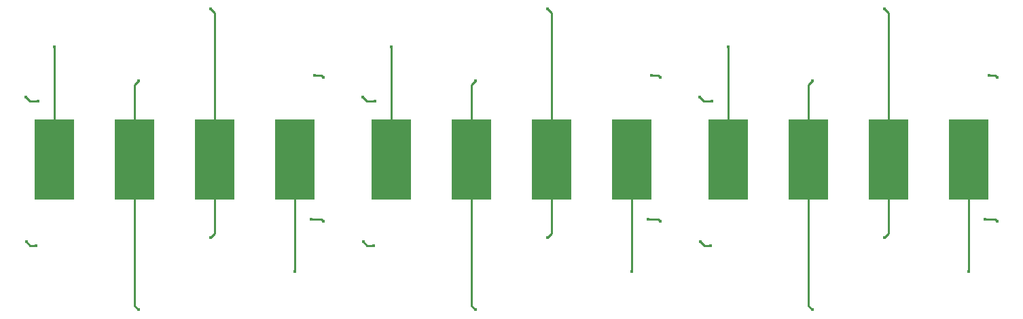
<source format=gbr>
%TF.GenerationSoftware,KiCad,Pcbnew,(6.0.0-0)*%
%TF.CreationDate,2022-10-21T10:58:34+11:00*%
%TF.ProjectId,cube_face_panel,63756265-5f66-4616-9365-5f70616e656c,rev?*%
%TF.SameCoordinates,Original*%
%TF.FileFunction,Copper,L2,Bot*%
%TF.FilePolarity,Positive*%
%FSLAX46Y46*%
G04 Gerber Fmt 4.6, Leading zero omitted, Abs format (unit mm)*
G04 Created by KiCad (PCBNEW (6.0.0-0)) date 2022-10-21 10:58:34*
%MOMM*%
%LPD*%
G01*
G04 APERTURE LIST*
%TA.AperFunction,SMDPad,CuDef*%
%ADD10R,5.000000X10.000000*%
%TD*%
%TA.AperFunction,ViaPad*%
%ADD11C,0.400000*%
%TD*%
%TA.AperFunction,Conductor*%
%ADD12C,0.250000*%
%TD*%
G04 APERTURE END LIST*
D10*
%TO.P,J8,1,Pin_1*%
%TO.N,GND*%
X172000000Y-75000000D03*
%TD*%
%TO.P,J10,1,Pin_1*%
%TO.N,/DIN*%
X194000000Y-75000000D03*
%TD*%
%TO.P,J5,1,Pin_1*%
%TO.N,VDD*%
X162000000Y-75000000D03*
%TD*%
%TO.P,J7,1,Pin_1*%
%TO.N,/DOUT*%
X182000000Y-75000000D03*
%TD*%
%TO.P,J2,1,Pin_1*%
%TO.N,/DIN*%
X110000000Y-75000000D03*
%TD*%
%TO.P,J3,1,Pin_1*%
%TO.N,/DOUT*%
X140000000Y-75000000D03*
%TD*%
%TO.P,J4,1,Pin_1*%
%TO.N,GND*%
X130000000Y-75000000D03*
%TD*%
%TO.P,J1,1,Pin_1*%
%TO.N,VDD*%
X120000000Y-75000000D03*
%TD*%
%TO.P,J6,1,Pin_1*%
%TO.N,/DIN*%
X152000000Y-75000000D03*
%TD*%
%TO.P,J12,1,Pin_1*%
%TO.N,GND*%
X214000000Y-75000000D03*
%TD*%
%TO.P,J9,1,Pin_1*%
%TO.N,VDD*%
X204000000Y-75000000D03*
%TD*%
%TO.P,J11,1,Pin_1*%
%TO.N,/DOUT*%
X224000000Y-75000000D03*
%TD*%
D11*
%TO.N,GND*%
X212250000Y-70750000D03*
X172000000Y-72500000D03*
X213500000Y-84775000D03*
X107764989Y-85750000D03*
X106475500Y-67250000D03*
X148475500Y-67250000D03*
X190475500Y-67250000D03*
X171500000Y-84775000D03*
X129500000Y-56225000D03*
X108000000Y-67750000D03*
X192000000Y-67750000D03*
X106500000Y-85250000D03*
X148500000Y-85250000D03*
X130000000Y-70750000D03*
X172000000Y-70750000D03*
X215750000Y-72500000D03*
X214000000Y-70750000D03*
X150000000Y-67750000D03*
X212250000Y-72500000D03*
X149764989Y-85750000D03*
X128250000Y-72500000D03*
X190500000Y-85250000D03*
X215750000Y-70750000D03*
X131750000Y-70750000D03*
X213500000Y-56225000D03*
X128250000Y-70750000D03*
X171500000Y-56225000D03*
X129500000Y-84775000D03*
X170250000Y-72500000D03*
X130000000Y-72500000D03*
X173750000Y-70750000D03*
X170250000Y-70750000D03*
X214000000Y-72500000D03*
X191764989Y-85750000D03*
X173750000Y-72500000D03*
X131750000Y-72500000D03*
%TO.N,/DIN*%
X152000000Y-61000000D03*
X110000000Y-61000000D03*
X194000000Y-61000000D03*
%TO.N,VDD*%
X120500000Y-65225000D03*
X120000000Y-79250000D03*
X162000000Y-79250000D03*
X162500000Y-93775000D03*
X163750000Y-77500000D03*
X227500000Y-82750000D03*
X204500000Y-93775000D03*
X142475500Y-64500000D03*
X202250000Y-79250000D03*
X226475500Y-64500000D03*
X202250000Y-77500000D03*
X185524500Y-64750000D03*
X143524500Y-64750000D03*
X227524500Y-64750000D03*
X184000000Y-82500000D03*
X204500000Y-65225000D03*
X162000000Y-77500000D03*
X185500000Y-82750000D03*
X120000000Y-77500000D03*
X118250000Y-79250000D03*
X204000000Y-79250000D03*
X143500000Y-82750000D03*
X184475500Y-64500000D03*
X118250000Y-77500000D03*
X120500000Y-93775000D03*
X142000000Y-82500000D03*
X163750000Y-79250000D03*
X204000000Y-77500000D03*
X162500000Y-65225000D03*
X226000000Y-82500000D03*
X205750000Y-77500000D03*
X121750000Y-77500000D03*
X121750000Y-79250000D03*
X205750000Y-79250000D03*
X160250000Y-79250000D03*
X160250000Y-77500000D03*
%TO.N,/DOUT*%
X140000000Y-89000000D03*
X224000000Y-89000000D03*
X182000000Y-89000000D03*
%TD*%
D12*
%TO.N,GND*%
X190975500Y-67750000D02*
X190475500Y-67250000D01*
X106975500Y-67750000D02*
X106475500Y-67250000D01*
X191764989Y-85750000D02*
X191000000Y-85750000D01*
X108000000Y-67750000D02*
X106975500Y-67750000D01*
X150000000Y-67750000D02*
X148975500Y-67750000D01*
X214000000Y-75000000D02*
X214000000Y-84275000D01*
X107000000Y-85750000D02*
X106500000Y-85250000D01*
X192000000Y-67750000D02*
X190975500Y-67750000D01*
X148975500Y-67750000D02*
X148475500Y-67250000D01*
X130000000Y-75000000D02*
X130000000Y-56725000D01*
X172000000Y-75000000D02*
X172000000Y-84275000D01*
X149764989Y-85750000D02*
X149000000Y-85750000D01*
X214000000Y-84275000D02*
X213500000Y-84775000D01*
X214000000Y-56725000D02*
X213500000Y-56225000D01*
X149000000Y-85750000D02*
X148500000Y-85250000D01*
X130000000Y-84275000D02*
X129500000Y-84775000D01*
X172000000Y-84275000D02*
X171500000Y-84775000D01*
X130000000Y-56725000D02*
X129500000Y-56225000D01*
X191000000Y-85750000D02*
X190500000Y-85250000D01*
X130000000Y-75000000D02*
X130000000Y-84275000D01*
X172000000Y-56725000D02*
X171500000Y-56225000D01*
X214000000Y-75000000D02*
X214000000Y-56725000D01*
X172000000Y-75000000D02*
X172000000Y-56725000D01*
X107764989Y-85750000D02*
X107000000Y-85750000D01*
%TO.N,/DIN*%
X110000000Y-61000000D02*
X110000000Y-75000000D01*
X152000000Y-61000000D02*
X152000000Y-75000000D01*
X194000000Y-61000000D02*
X194000000Y-75000000D01*
%TO.N,VDD*%
X162000000Y-93275000D02*
X162500000Y-93775000D01*
X142475500Y-64500000D02*
X143274500Y-64500000D01*
X185250000Y-82500000D02*
X185500000Y-82750000D01*
X227274500Y-64500000D02*
X227524500Y-64750000D01*
X204000000Y-75000000D02*
X204000000Y-65725000D01*
X120000000Y-65725000D02*
X120500000Y-65225000D01*
X185274500Y-64500000D02*
X185524500Y-64750000D01*
X184000000Y-82500000D02*
X185250000Y-82500000D01*
X227250000Y-82500000D02*
X227500000Y-82750000D01*
X162000000Y-65725000D02*
X162500000Y-65225000D01*
X143250000Y-82500000D02*
X143500000Y-82750000D01*
X162000000Y-75000000D02*
X162000000Y-65725000D01*
X142000000Y-82500000D02*
X143250000Y-82500000D01*
X143274500Y-64500000D02*
X143524500Y-64750000D01*
X120000000Y-75000000D02*
X120000000Y-93275000D01*
X120000000Y-93275000D02*
X120500000Y-93775000D01*
X204000000Y-75000000D02*
X204000000Y-93275000D01*
X204000000Y-65725000D02*
X204500000Y-65225000D01*
X162000000Y-75000000D02*
X162000000Y-93275000D01*
X226000000Y-82500000D02*
X227250000Y-82500000D01*
X204000000Y-93275000D02*
X204500000Y-93775000D01*
X184475500Y-64500000D02*
X185274500Y-64500000D01*
X226475500Y-64500000D02*
X227274500Y-64500000D01*
X120000000Y-75000000D02*
X120000000Y-65725000D01*
%TO.N,/DOUT*%
X182000000Y-89000000D02*
X182000000Y-75000000D01*
X224000000Y-89000000D02*
X224000000Y-75000000D01*
X140000000Y-89000000D02*
X140000000Y-75000000D01*
%TD*%
M02*

</source>
